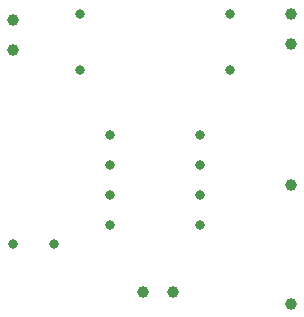
<source format=gbr>
%TF.GenerationSoftware,KiCad,Pcbnew,9.0.7*%
%TF.CreationDate,2026-01-10T20:03:46+05:30*%
%TF.ProjectId,first,66697273-742e-46b6-9963-61645f706362,rev?*%
%TF.SameCoordinates,Original*%
%TF.FileFunction,Plated,1,2,PTH,Drill*%
%TF.FilePolarity,Positive*%
%FSLAX46Y46*%
G04 Gerber Fmt 4.6, Leading zero omitted, Abs format (unit mm)*
G04 Created by KiCad (PCBNEW 9.0.7) date 2026-01-10 20:03:46*
%MOMM*%
%LPD*%
G01*
G04 APERTURE LIST*
%TA.AperFunction,ComponentDrill*%
%ADD10C,0.800000*%
%TD*%
%TA.AperFunction,ComponentDrill*%
%ADD11C,1.000000*%
%TD*%
G04 APERTURE END LIST*
D10*
%TO.C,C2*%
X82500000Y-102500000D03*
X86000000Y-102500000D03*
%TO.C,R1*%
X88150000Y-83000000D03*
%TO.C,R2*%
X88150000Y-87750000D03*
%TO.C,U1*%
X90695000Y-93190000D03*
X90695000Y-95730000D03*
X90695000Y-98270000D03*
X90695000Y-100810000D03*
X98315000Y-93190000D03*
X98315000Y-95730000D03*
X98315000Y-98270000D03*
X98315000Y-100810000D03*
%TO.C,R1*%
X100850000Y-83000000D03*
%TO.C,R2*%
X100850000Y-87750000D03*
D11*
%TO.C,BATTERY*%
X82500000Y-83500000D03*
X82500000Y-86040000D03*
%TO.C,BUZZER*%
X93460000Y-106500000D03*
X96000000Y-106500000D03*
%TO.C,SENSE*%
X106000000Y-82960000D03*
X106000000Y-85500000D03*
%TO.C,C1*%
X106000000Y-97500000D03*
X106000000Y-107500000D03*
M02*

</source>
